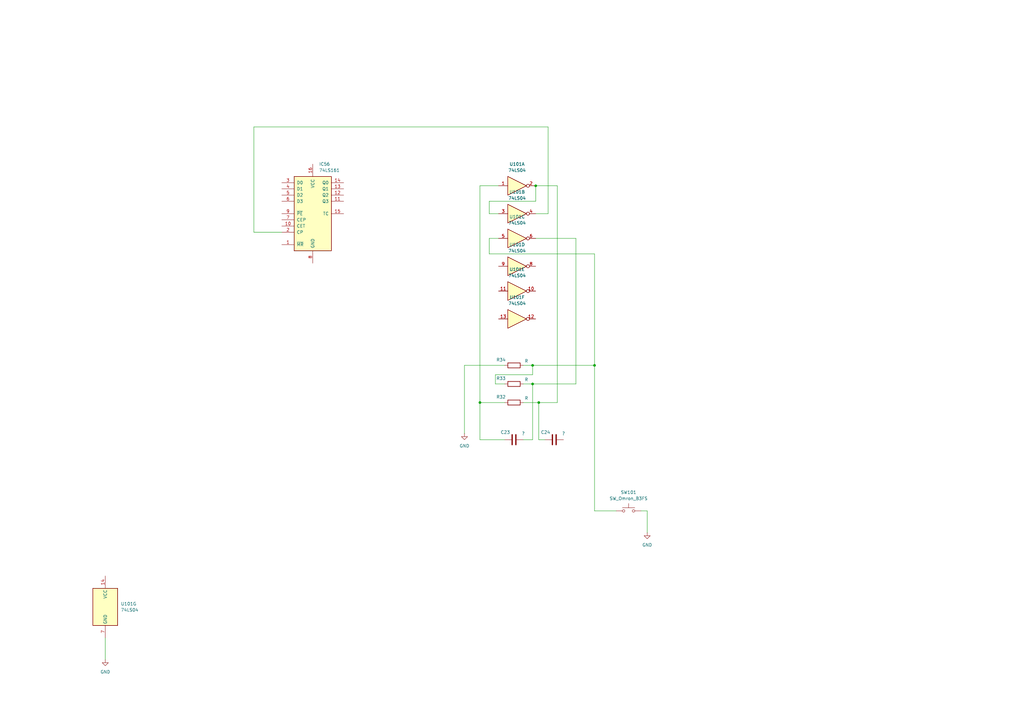
<source format=kicad_sch>
(kicad_sch
	(version 20231120)
	(generator "eeschema")
	(generator_version "8.0")
	(uuid "4a189c46-df56-4c49-995d-fae84c34b624")
	(paper "A3")
	(title_block
		(title "Back Reset")
		(date "2024-12-02")
		(rev "2")
	)
	(lib_symbols
		(symbol "74xx:74LS04"
			(exclude_from_sim no)
			(in_bom yes)
			(on_board yes)
			(property "Reference" "U"
				(at 0 1.27 0)
				(effects
					(font
						(size 1.27 1.27)
					)
				)
			)
			(property "Value" "74LS04"
				(at 0 -1.27 0)
				(effects
					(font
						(size 1.27 1.27)
					)
				)
			)
			(property "Footprint" ""
				(at 0 0 0)
				(effects
					(font
						(size 1.27 1.27)
					)
					(hide yes)
				)
			)
			(property "Datasheet" "http://www.ti.com/lit/gpn/sn74LS04"
				(at 0 0 0)
				(effects
					(font
						(size 1.27 1.27)
					)
					(hide yes)
				)
			)
			(property "Description" "Hex Inverter"
				(at 0 0 0)
				(effects
					(font
						(size 1.27 1.27)
					)
					(hide yes)
				)
			)
			(property "ki_locked" ""
				(at 0 0 0)
				(effects
					(font
						(size 1.27 1.27)
					)
				)
			)
			(property "ki_keywords" "TTL not inv"
				(at 0 0 0)
				(effects
					(font
						(size 1.27 1.27)
					)
					(hide yes)
				)
			)
			(property "ki_fp_filters" "DIP*W7.62mm* SSOP?14* TSSOP?14*"
				(at 0 0 0)
				(effects
					(font
						(size 1.27 1.27)
					)
					(hide yes)
				)
			)
			(symbol "74LS04_1_0"
				(polyline
					(pts
						(xy -3.81 3.81) (xy -3.81 -3.81) (xy 3.81 0) (xy -3.81 3.81)
					)
					(stroke
						(width 0.254)
						(type default)
					)
					(fill
						(type background)
					)
				)
				(pin input line
					(at -7.62 0 0)
					(length 3.81)
					(name "~"
						(effects
							(font
								(size 1.27 1.27)
							)
						)
					)
					(number "1"
						(effects
							(font
								(size 1.27 1.27)
							)
						)
					)
				)
				(pin output inverted
					(at 7.62 0 180)
					(length 3.81)
					(name "~"
						(effects
							(font
								(size 1.27 1.27)
							)
						)
					)
					(number "2"
						(effects
							(font
								(size 1.27 1.27)
							)
						)
					)
				)
			)
			(symbol "74LS04_2_0"
				(polyline
					(pts
						(xy -3.81 3.81) (xy -3.81 -3.81) (xy 3.81 0) (xy -3.81 3.81)
					)
					(stroke
						(width 0.254)
						(type default)
					)
					(fill
						(type background)
					)
				)
				(pin input line
					(at -7.62 0 0)
					(length 3.81)
					(name "~"
						(effects
							(font
								(size 1.27 1.27)
							)
						)
					)
					(number "3"
						(effects
							(font
								(size 1.27 1.27)
							)
						)
					)
				)
				(pin output inverted
					(at 7.62 0 180)
					(length 3.81)
					(name "~"
						(effects
							(font
								(size 1.27 1.27)
							)
						)
					)
					(number "4"
						(effects
							(font
								(size 1.27 1.27)
							)
						)
					)
				)
			)
			(symbol "74LS04_3_0"
				(polyline
					(pts
						(xy -3.81 3.81) (xy -3.81 -3.81) (xy 3.81 0) (xy -3.81 3.81)
					)
					(stroke
						(width 0.254)
						(type default)
					)
					(fill
						(type background)
					)
				)
				(pin input line
					(at -7.62 0 0)
					(length 3.81)
					(name "~"
						(effects
							(font
								(size 1.27 1.27)
							)
						)
					)
					(number "5"
						(effects
							(font
								(size 1.27 1.27)
							)
						)
					)
				)
				(pin output inverted
					(at 7.62 0 180)
					(length 3.81)
					(name "~"
						(effects
							(font
								(size 1.27 1.27)
							)
						)
					)
					(number "6"
						(effects
							(font
								(size 1.27 1.27)
							)
						)
					)
				)
			)
			(symbol "74LS04_4_0"
				(polyline
					(pts
						(xy -3.81 3.81) (xy -3.81 -3.81) (xy 3.81 0) (xy -3.81 3.81)
					)
					(stroke
						(width 0.254)
						(type default)
					)
					(fill
						(type background)
					)
				)
				(pin output inverted
					(at 7.62 0 180)
					(length 3.81)
					(name "~"
						(effects
							(font
								(size 1.27 1.27)
							)
						)
					)
					(number "8"
						(effects
							(font
								(size 1.27 1.27)
							)
						)
					)
				)
				(pin input line
					(at -7.62 0 0)
					(length 3.81)
					(name "~"
						(effects
							(font
								(size 1.27 1.27)
							)
						)
					)
					(number "9"
						(effects
							(font
								(size 1.27 1.27)
							)
						)
					)
				)
			)
			(symbol "74LS04_5_0"
				(polyline
					(pts
						(xy -3.81 3.81) (xy -3.81 -3.81) (xy 3.81 0) (xy -3.81 3.81)
					)
					(stroke
						(width 0.254)
						(type default)
					)
					(fill
						(type background)
					)
				)
				(pin output inverted
					(at 7.62 0 180)
					(length 3.81)
					(name "~"
						(effects
							(font
								(size 1.27 1.27)
							)
						)
					)
					(number "10"
						(effects
							(font
								(size 1.27 1.27)
							)
						)
					)
				)
				(pin input line
					(at -7.62 0 0)
					(length 3.81)
					(name "~"
						(effects
							(font
								(size 1.27 1.27)
							)
						)
					)
					(number "11"
						(effects
							(font
								(size 1.27 1.27)
							)
						)
					)
				)
			)
			(symbol "74LS04_6_0"
				(polyline
					(pts
						(xy -3.81 3.81) (xy -3.81 -3.81) (xy 3.81 0) (xy -3.81 3.81)
					)
					(stroke
						(width 0.254)
						(type default)
					)
					(fill
						(type background)
					)
				)
				(pin output inverted
					(at 7.62 0 180)
					(length 3.81)
					(name "~"
						(effects
							(font
								(size 1.27 1.27)
							)
						)
					)
					(number "12"
						(effects
							(font
								(size 1.27 1.27)
							)
						)
					)
				)
				(pin input line
					(at -7.62 0 0)
					(length 3.81)
					(name "~"
						(effects
							(font
								(size 1.27 1.27)
							)
						)
					)
					(number "13"
						(effects
							(font
								(size 1.27 1.27)
							)
						)
					)
				)
			)
			(symbol "74LS04_7_0"
				(pin power_in line
					(at 0 12.7 270)
					(length 5.08)
					(name "VCC"
						(effects
							(font
								(size 1.27 1.27)
							)
						)
					)
					(number "14"
						(effects
							(font
								(size 1.27 1.27)
							)
						)
					)
				)
				(pin power_in line
					(at 0 -12.7 90)
					(length 5.08)
					(name "GND"
						(effects
							(font
								(size 1.27 1.27)
							)
						)
					)
					(number "7"
						(effects
							(font
								(size 1.27 1.27)
							)
						)
					)
				)
			)
			(symbol "74LS04_7_1"
				(rectangle
					(start -5.08 7.62)
					(end 5.08 -7.62)
					(stroke
						(width 0.254)
						(type default)
					)
					(fill
						(type background)
					)
				)
			)
		)
		(symbol "74xx:74LS161"
			(pin_names
				(offset 1.016)
			)
			(exclude_from_sim no)
			(in_bom yes)
			(on_board yes)
			(property "Reference" "U"
				(at -7.62 16.51 0)
				(effects
					(font
						(size 1.27 1.27)
					)
				)
			)
			(property "Value" "74LS161"
				(at -7.62 -16.51 0)
				(effects
					(font
						(size 1.27 1.27)
					)
				)
			)
			(property "Footprint" ""
				(at 0 0 0)
				(effects
					(font
						(size 1.27 1.27)
					)
					(hide yes)
				)
			)
			(property "Datasheet" "http://www.ti.com/lit/gpn/sn74LS161"
				(at 0 0 0)
				(effects
					(font
						(size 1.27 1.27)
					)
					(hide yes)
				)
			)
			(property "Description" "Synchronous 4-bit programmable binary Counter"
				(at 0 0 0)
				(effects
					(font
						(size 1.27 1.27)
					)
					(hide yes)
				)
			)
			(property "ki_locked" ""
				(at 0 0 0)
				(effects
					(font
						(size 1.27 1.27)
					)
				)
			)
			(property "ki_keywords" "TTL CNT CNT4"
				(at 0 0 0)
				(effects
					(font
						(size 1.27 1.27)
					)
					(hide yes)
				)
			)
			(property "ki_fp_filters" "DIP?16*"
				(at 0 0 0)
				(effects
					(font
						(size 1.27 1.27)
					)
					(hide yes)
				)
			)
			(symbol "74LS161_1_0"
				(pin input line
					(at -12.7 -12.7 0)
					(length 5.08)
					(name "~{MR}"
						(effects
							(font
								(size 1.27 1.27)
							)
						)
					)
					(number "1"
						(effects
							(font
								(size 1.27 1.27)
							)
						)
					)
				)
				(pin input line
					(at -12.7 -5.08 0)
					(length 5.08)
					(name "CET"
						(effects
							(font
								(size 1.27 1.27)
							)
						)
					)
					(number "10"
						(effects
							(font
								(size 1.27 1.27)
							)
						)
					)
				)
				(pin output line
					(at 12.7 5.08 180)
					(length 5.08)
					(name "Q3"
						(effects
							(font
								(size 1.27 1.27)
							)
						)
					)
					(number "11"
						(effects
							(font
								(size 1.27 1.27)
							)
						)
					)
				)
				(pin output line
					(at 12.7 7.62 180)
					(length 5.08)
					(name "Q2"
						(effects
							(font
								(size 1.27 1.27)
							)
						)
					)
					(number "12"
						(effects
							(font
								(size 1.27 1.27)
							)
						)
					)
				)
				(pin output line
					(at 12.7 10.16 180)
					(length 5.08)
					(name "Q1"
						(effects
							(font
								(size 1.27 1.27)
							)
						)
					)
					(number "13"
						(effects
							(font
								(size 1.27 1.27)
							)
						)
					)
				)
				(pin output line
					(at 12.7 12.7 180)
					(length 5.08)
					(name "Q0"
						(effects
							(font
								(size 1.27 1.27)
							)
						)
					)
					(number "14"
						(effects
							(font
								(size 1.27 1.27)
							)
						)
					)
				)
				(pin output line
					(at 12.7 0 180)
					(length 5.08)
					(name "TC"
						(effects
							(font
								(size 1.27 1.27)
							)
						)
					)
					(number "15"
						(effects
							(font
								(size 1.27 1.27)
							)
						)
					)
				)
				(pin power_in line
					(at 0 20.32 270)
					(length 5.08)
					(name "VCC"
						(effects
							(font
								(size 1.27 1.27)
							)
						)
					)
					(number "16"
						(effects
							(font
								(size 1.27 1.27)
							)
						)
					)
				)
				(pin input line
					(at -12.7 -7.62 0)
					(length 5.08)
					(name "CP"
						(effects
							(font
								(size 1.27 1.27)
							)
						)
					)
					(number "2"
						(effects
							(font
								(size 1.27 1.27)
							)
						)
					)
				)
				(pin input line
					(at -12.7 12.7 0)
					(length 5.08)
					(name "D0"
						(effects
							(font
								(size 1.27 1.27)
							)
						)
					)
					(number "3"
						(effects
							(font
								(size 1.27 1.27)
							)
						)
					)
				)
				(pin input line
					(at -12.7 10.16 0)
					(length 5.08)
					(name "D1"
						(effects
							(font
								(size 1.27 1.27)
							)
						)
					)
					(number "4"
						(effects
							(font
								(size 1.27 1.27)
							)
						)
					)
				)
				(pin input line
					(at -12.7 7.62 0)
					(length 5.08)
					(name "D2"
						(effects
							(font
								(size 1.27 1.27)
							)
						)
					)
					(number "5"
						(effects
							(font
								(size 1.27 1.27)
							)
						)
					)
				)
				(pin input line
					(at -12.7 5.08 0)
					(length 5.08)
					(name "D3"
						(effects
							(font
								(size 1.27 1.27)
							)
						)
					)
					(number "6"
						(effects
							(font
								(size 1.27 1.27)
							)
						)
					)
				)
				(pin input line
					(at -12.7 -2.54 0)
					(length 5.08)
					(name "CEP"
						(effects
							(font
								(size 1.27 1.27)
							)
						)
					)
					(number "7"
						(effects
							(font
								(size 1.27 1.27)
							)
						)
					)
				)
				(pin power_in line
					(at 0 -20.32 90)
					(length 5.08)
					(name "GND"
						(effects
							(font
								(size 1.27 1.27)
							)
						)
					)
					(number "8"
						(effects
							(font
								(size 1.27 1.27)
							)
						)
					)
				)
				(pin input line
					(at -12.7 0 0)
					(length 5.08)
					(name "~{PE}"
						(effects
							(font
								(size 1.27 1.27)
							)
						)
					)
					(number "9"
						(effects
							(font
								(size 1.27 1.27)
							)
						)
					)
				)
			)
			(symbol "74LS161_1_1"
				(rectangle
					(start -7.62 15.24)
					(end 7.62 -15.24)
					(stroke
						(width 0.254)
						(type default)
					)
					(fill
						(type background)
					)
				)
			)
		)
		(symbol "Device:R"
			(pin_numbers hide)
			(pin_names
				(offset 0)
			)
			(exclude_from_sim no)
			(in_bom yes)
			(on_board yes)
			(property "Reference" "R"
				(at 2.032 0 90)
				(effects
					(font
						(size 1.27 1.27)
					)
				)
			)
			(property "Value" "R"
				(at 0 0 90)
				(effects
					(font
						(size 1.27 1.27)
					)
				)
			)
			(property "Footprint" ""
				(at -1.778 0 90)
				(effects
					(font
						(size 1.27 1.27)
					)
					(hide yes)
				)
			)
			(property "Datasheet" "~"
				(at 0 0 0)
				(effects
					(font
						(size 1.27 1.27)
					)
					(hide yes)
				)
			)
			(property "Description" "Resistor"
				(at 0 0 0)
				(effects
					(font
						(size 1.27 1.27)
					)
					(hide yes)
				)
			)
			(property "ki_keywords" "R res resistor"
				(at 0 0 0)
				(effects
					(font
						(size 1.27 1.27)
					)
					(hide yes)
				)
			)
			(property "ki_fp_filters" "R_*"
				(at 0 0 0)
				(effects
					(font
						(size 1.27 1.27)
					)
					(hide yes)
				)
			)
			(symbol "R_0_1"
				(rectangle
					(start -1.016 -2.54)
					(end 1.016 2.54)
					(stroke
						(width 0.254)
						(type default)
					)
					(fill
						(type none)
					)
				)
			)
			(symbol "R_1_1"
				(pin passive line
					(at 0 3.81 270)
					(length 1.27)
					(name "~"
						(effects
							(font
								(size 1.27 1.27)
							)
						)
					)
					(number "1"
						(effects
							(font
								(size 1.27 1.27)
							)
						)
					)
				)
				(pin passive line
					(at 0 -3.81 90)
					(length 1.27)
					(name "~"
						(effects
							(font
								(size 1.27 1.27)
							)
						)
					)
					(number "2"
						(effects
							(font
								(size 1.27 1.27)
							)
						)
					)
				)
			)
		)
		(symbol "PCM_Capacitor_AKL:C_Disc_D3.0mm_W1.6mm_P2.50mm"
			(pin_numbers hide)
			(pin_names
				(offset 0.254)
			)
			(exclude_from_sim no)
			(in_bom yes)
			(on_board yes)
			(property "Reference" "C"
				(at 0.635 2.54 0)
				(effects
					(font
						(size 1.27 1.27)
					)
					(justify left)
				)
			)
			(property "Value" "C_Disc_D3.0mm_W1.6mm_P2.50mm"
				(at 0.635 -2.54 0)
				(effects
					(font
						(size 1.27 1.27)
					)
					(justify left)
				)
			)
			(property "Footprint" "PCM_Capacitor_THT_AKL:C_Disc_D3.0mm_W1.6mm_P2.50mm"
				(at 0.9652 -3.81 0)
				(effects
					(font
						(size 1.27 1.27)
					)
					(hide yes)
				)
			)
			(property "Datasheet" "~"
				(at 0 0 0)
				(effects
					(font
						(size 1.27 1.27)
					)
					(hide yes)
				)
			)
			(property "Description" "THT Ceramic Disc Capacitor, 3.0mm Diameter, 1.6mm Width, 2.50mm Pitch, Alternate KiCad Library"
				(at 0 0 0)
				(effects
					(font
						(size 1.27 1.27)
					)
					(hide yes)
				)
			)
			(property "ki_keywords" "cap capacitor tht ceramic disc 3x1.6mm 2.50mm"
				(at 0 0 0)
				(effects
					(font
						(size 1.27 1.27)
					)
					(hide yes)
				)
			)
			(property "ki_fp_filters" "C_*"
				(at 0 0 0)
				(effects
					(font
						(size 1.27 1.27)
					)
					(hide yes)
				)
			)
			(symbol "C_Disc_D3.0mm_W1.6mm_P2.50mm_0_1"
				(polyline
					(pts
						(xy -2.032 -0.762) (xy 2.032 -0.762)
					)
					(stroke
						(width 0.508)
						(type default)
					)
					(fill
						(type none)
					)
				)
				(polyline
					(pts
						(xy -2.032 0.762) (xy 2.032 0.762)
					)
					(stroke
						(width 0.508)
						(type default)
					)
					(fill
						(type none)
					)
				)
			)
			(symbol "C_Disc_D3.0mm_W1.6mm_P2.50mm_0_2"
				(polyline
					(pts
						(xy -2.54 -2.54) (xy -0.381 -0.381)
					)
					(stroke
						(width 0)
						(type default)
					)
					(fill
						(type none)
					)
				)
				(polyline
					(pts
						(xy -0.508 -0.508) (xy -1.651 0.635)
					)
					(stroke
						(width 0.508)
						(type default)
					)
					(fill
						(type none)
					)
				)
				(polyline
					(pts
						(xy -0.508 -0.508) (xy 0.635 -1.651)
					)
					(stroke
						(width 0.508)
						(type default)
					)
					(fill
						(type none)
					)
				)
				(polyline
					(pts
						(xy 0.381 0.381) (xy 2.54 2.54)
					)
					(stroke
						(width 0)
						(type default)
					)
					(fill
						(type none)
					)
				)
				(polyline
					(pts
						(xy 0.508 0.508) (xy -0.635 1.651)
					)
					(stroke
						(width 0.508)
						(type default)
					)
					(fill
						(type none)
					)
				)
				(polyline
					(pts
						(xy 0.508 0.508) (xy 1.651 -0.635)
					)
					(stroke
						(width 0.508)
						(type default)
					)
					(fill
						(type none)
					)
				)
			)
			(symbol "C_Disc_D3.0mm_W1.6mm_P2.50mm_1_1"
				(pin passive line
					(at 0 3.81 270)
					(length 2.794)
					(name "~"
						(effects
							(font
								(size 1.27 1.27)
							)
						)
					)
					(number "1"
						(effects
							(font
								(size 1.27 1.27)
							)
						)
					)
				)
				(pin passive line
					(at 0 -3.81 90)
					(length 2.794)
					(name "~"
						(effects
							(font
								(size 1.27 1.27)
							)
						)
					)
					(number "2"
						(effects
							(font
								(size 1.27 1.27)
							)
						)
					)
				)
			)
			(symbol "C_Disc_D3.0mm_W1.6mm_P2.50mm_1_2"
				(pin passive line
					(at 2.54 2.54 270)
					(length 0)
					(name "~"
						(effects
							(font
								(size 1.27 1.27)
							)
						)
					)
					(number "1"
						(effects
							(font
								(size 1.27 1.27)
							)
						)
					)
				)
				(pin passive line
					(at -2.54 -2.54 90)
					(length 0)
					(name "~"
						(effects
							(font
								(size 1.27 1.27)
							)
						)
					)
					(number "2"
						(effects
							(font
								(size 1.27 1.27)
							)
						)
					)
				)
			)
		)
		(symbol "Switch:SW_Omron_B3FS"
			(pin_numbers hide)
			(pin_names
				(offset 1.016) hide)
			(exclude_from_sim no)
			(in_bom yes)
			(on_board yes)
			(property "Reference" "SW"
				(at 1.27 2.54 0)
				(effects
					(font
						(size 1.27 1.27)
					)
					(justify left)
				)
			)
			(property "Value" "SW_Omron_B3FS"
				(at 0 -1.524 0)
				(effects
					(font
						(size 1.27 1.27)
					)
				)
			)
			(property "Footprint" ""
				(at 0 5.08 0)
				(effects
					(font
						(size 1.27 1.27)
					)
					(hide yes)
				)
			)
			(property "Datasheet" "https://omronfs.omron.com/en_US/ecb/products/pdf/en-b3fs.pdf"
				(at 0 5.08 0)
				(effects
					(font
						(size 1.27 1.27)
					)
					(hide yes)
				)
			)
			(property "Description" "Omron B3FS 6x6mm single pole normally-open tactile switch"
				(at 0 0 0)
				(effects
					(font
						(size 1.27 1.27)
					)
					(hide yes)
				)
			)
			(property "ki_keywords" "switch normally-open pushbutton push-button"
				(at 0 0 0)
				(effects
					(font
						(size 1.27 1.27)
					)
					(hide yes)
				)
			)
			(property "ki_fp_filters" "SW*Omron*B3FS*"
				(at 0 0 0)
				(effects
					(font
						(size 1.27 1.27)
					)
					(hide yes)
				)
			)
			(symbol "SW_Omron_B3FS_0_1"
				(circle
					(center -2.032 0)
					(radius 0.508)
					(stroke
						(width 0)
						(type default)
					)
					(fill
						(type none)
					)
				)
				(polyline
					(pts
						(xy 0 1.27) (xy 0 3.048)
					)
					(stroke
						(width 0)
						(type default)
					)
					(fill
						(type none)
					)
				)
				(polyline
					(pts
						(xy 2.54 1.27) (xy -2.54 1.27)
					)
					(stroke
						(width 0)
						(type default)
					)
					(fill
						(type none)
					)
				)
				(circle
					(center 2.032 0)
					(radius 0.508)
					(stroke
						(width 0)
						(type default)
					)
					(fill
						(type none)
					)
				)
				(pin passive line
					(at -5.08 0 0)
					(length 2.54)
					(name "1"
						(effects
							(font
								(size 1.27 1.27)
							)
						)
					)
					(number "1"
						(effects
							(font
								(size 1.27 1.27)
							)
						)
					)
				)
				(pin passive line
					(at 5.08 0 180)
					(length 2.54)
					(name "2"
						(effects
							(font
								(size 1.27 1.27)
							)
						)
					)
					(number "2"
						(effects
							(font
								(size 1.27 1.27)
							)
						)
					)
				)
			)
		)
		(symbol "power:GND"
			(power)
			(pin_numbers hide)
			(pin_names
				(offset 0) hide)
			(exclude_from_sim no)
			(in_bom yes)
			(on_board yes)
			(property "Reference" "#PWR"
				(at 0 -6.35 0)
				(effects
					(font
						(size 1.27 1.27)
					)
					(hide yes)
				)
			)
			(property "Value" "GND"
				(at 0 -3.81 0)
				(effects
					(font
						(size 1.27 1.27)
					)
				)
			)
			(property "Footprint" ""
				(at 0 0 0)
				(effects
					(font
						(size 1.27 1.27)
					)
					(hide yes)
				)
			)
			(property "Datasheet" ""
				(at 0 0 0)
				(effects
					(font
						(size 1.27 1.27)
					)
					(hide yes)
				)
			)
			(property "Description" "Power symbol creates a global label with name \"GND\" , ground"
				(at 0 0 0)
				(effects
					(font
						(size 1.27 1.27)
					)
					(hide yes)
				)
			)
			(property "ki_keywords" "global power"
				(at 0 0 0)
				(effects
					(font
						(size 1.27 1.27)
					)
					(hide yes)
				)
			)
			(symbol "GND_0_1"
				(polyline
					(pts
						(xy 0 0) (xy 0 -1.27) (xy 1.27 -1.27) (xy 0 -2.54) (xy -1.27 -1.27) (xy 0 -1.27)
					)
					(stroke
						(width 0)
						(type default)
					)
					(fill
						(type none)
					)
				)
			)
			(symbol "GND_1_1"
				(pin power_in line
					(at 0 0 270)
					(length 0)
					(name "~"
						(effects
							(font
								(size 1.27 1.27)
							)
						)
					)
					(number "1"
						(effects
							(font
								(size 1.27 1.27)
							)
						)
					)
				)
			)
		)
	)
	(junction
		(at 218.44 149.86)
		(diameter 0)
		(color 0 0 0 0)
		(uuid "1195c07d-c009-4f01-9f60-6ba101091215")
	)
	(junction
		(at 196.85 165.1)
		(diameter 0)
		(color 0 0 0 0)
		(uuid "178ec101-be6d-42db-a4f7-53b26c65b7d3")
	)
	(junction
		(at 243.84 149.86)
		(diameter 0)
		(color 0 0 0 0)
		(uuid "377785a3-9937-4743-bab4-62883fdc624b")
	)
	(junction
		(at 219.71 76.2)
		(diameter 0)
		(color 0 0 0 0)
		(uuid "4c10f25f-218a-4562-8519-79c18b64a7fd")
	)
	(junction
		(at 218.44 157.48)
		(diameter 0)
		(color 0 0 0 0)
		(uuid "9b71995e-9810-4176-b09d-7fb5d9a35830")
	)
	(junction
		(at 220.98 165.1)
		(diameter 0)
		(color 0 0 0 0)
		(uuid "e8261f36-6b45-44f5-848a-42321a5589a1")
	)
	(wire
		(pts
			(xy 218.44 149.86) (xy 243.84 149.86)
		)
		(stroke
			(width 0)
			(type default)
		)
		(uuid "05704dfb-ac20-4542-9d26-ab2b2cf9159c")
	)
	(wire
		(pts
			(xy 104.14 95.25) (xy 104.14 52.07)
		)
		(stroke
			(width 0)
			(type default)
		)
		(uuid "05935360-0efa-4c03-b9e6-1107b1262a67")
	)
	(wire
		(pts
			(xy 200.66 82.55) (xy 200.66 87.63)
		)
		(stroke
			(width 0)
			(type default)
		)
		(uuid "059863e7-ce5d-425a-8c17-4693a86ab0db")
	)
	(wire
		(pts
			(xy 224.79 87.63) (xy 219.71 87.63)
		)
		(stroke
			(width 0)
			(type default)
		)
		(uuid "0951a6c2-6c96-4f07-aae2-eaff53850501")
	)
	(wire
		(pts
			(xy 218.44 153.67) (xy 218.44 149.86)
		)
		(stroke
			(width 0)
			(type default)
		)
		(uuid "1355c011-beaf-4068-a6d6-623153b4bd1b")
	)
	(wire
		(pts
			(xy 220.98 165.1) (xy 228.6 165.1)
		)
		(stroke
			(width 0)
			(type default)
		)
		(uuid "2bcbd36b-c4a0-488c-a8a4-dd8d93fcd96a")
	)
	(wire
		(pts
			(xy 196.85 180.34) (xy 196.85 165.1)
		)
		(stroke
			(width 0)
			(type default)
		)
		(uuid "2e462b22-1eef-4bbd-8742-6452b5784975")
	)
	(wire
		(pts
			(xy 104.14 52.07) (xy 224.79 52.07)
		)
		(stroke
			(width 0)
			(type default)
		)
		(uuid "2eb605e4-35d6-47c1-ac8f-e373d671a544")
	)
	(wire
		(pts
			(xy 200.66 104.14) (xy 243.84 104.14)
		)
		(stroke
			(width 0)
			(type default)
		)
		(uuid "2f778673-76ee-44ec-96f3-c5a1d2dd4904")
	)
	(wire
		(pts
			(xy 219.71 82.55) (xy 200.66 82.55)
		)
		(stroke
			(width 0)
			(type default)
		)
		(uuid "3726cc9b-4c57-4f8b-a13d-302453820355")
	)
	(wire
		(pts
			(xy 228.6 165.1) (xy 228.6 76.2)
		)
		(stroke
			(width 0)
			(type default)
		)
		(uuid "384d3524-341a-4810-aba3-ac1ed7f25253")
	)
	(wire
		(pts
			(xy 219.71 97.79) (xy 236.22 97.79)
		)
		(stroke
			(width 0)
			(type default)
		)
		(uuid "41d0524c-9287-4f15-ac1f-9f6ed682d1e0")
	)
	(wire
		(pts
			(xy 220.98 165.1) (xy 220.98 180.34)
		)
		(stroke
			(width 0)
			(type default)
		)
		(uuid "4a19de73-cc1c-49d3-8786-74b9002dee2f")
	)
	(wire
		(pts
			(xy 224.79 52.07) (xy 224.79 87.63)
		)
		(stroke
			(width 0)
			(type default)
		)
		(uuid "546c2f96-5b77-42ce-9f69-79e04ce7fb08")
	)
	(wire
		(pts
			(xy 214.63 149.86) (xy 218.44 149.86)
		)
		(stroke
			(width 0)
			(type default)
		)
		(uuid "557bd728-536a-4cef-96a9-a1c17651b27f")
	)
	(wire
		(pts
			(xy 218.44 180.34) (xy 214.63 180.34)
		)
		(stroke
			(width 0)
			(type default)
		)
		(uuid "59651804-a411-4bab-a822-15c58ebe267b")
	)
	(wire
		(pts
			(xy 214.63 165.1) (xy 220.98 165.1)
		)
		(stroke
			(width 0)
			(type default)
		)
		(uuid "5f92bf33-a1fc-4f8c-9421-fcdee6ba75f6")
	)
	(wire
		(pts
			(xy 214.63 157.48) (xy 218.44 157.48)
		)
		(stroke
			(width 0)
			(type default)
		)
		(uuid "631bbca8-d807-469d-a4c8-57f0c988e653")
	)
	(wire
		(pts
			(xy 190.5 149.86) (xy 190.5 177.8)
		)
		(stroke
			(width 0)
			(type default)
		)
		(uuid "6a1e0568-68b9-4862-aa7c-1b4b65fc9531")
	)
	(wire
		(pts
			(xy 207.01 180.34) (xy 196.85 180.34)
		)
		(stroke
			(width 0)
			(type default)
		)
		(uuid "72eb6a0c-61f0-4685-94b5-8a3157a82099")
	)
	(wire
		(pts
			(xy 204.47 76.2) (xy 196.85 76.2)
		)
		(stroke
			(width 0)
			(type default)
		)
		(uuid "793507e4-ed85-42e5-a2bd-0bb0f0b1a472")
	)
	(wire
		(pts
			(xy 218.44 157.48) (xy 218.44 180.34)
		)
		(stroke
			(width 0)
			(type default)
		)
		(uuid "79d927d5-8d18-4fb9-b1e0-a5400d6bad31")
	)
	(wire
		(pts
			(xy 196.85 165.1) (xy 207.01 165.1)
		)
		(stroke
			(width 0)
			(type default)
		)
		(uuid "912d229d-d336-4b0c-9c00-06a0deb843b7")
	)
	(wire
		(pts
			(xy 207.01 157.48) (xy 203.2 157.48)
		)
		(stroke
			(width 0)
			(type default)
		)
		(uuid "950a3397-6af1-4d9d-a368-a2f309fd78cd")
	)
	(wire
		(pts
			(xy 207.01 149.86) (xy 190.5 149.86)
		)
		(stroke
			(width 0)
			(type default)
		)
		(uuid "991aea35-b525-4a41-8278-fe8a0f71867e")
	)
	(wire
		(pts
			(xy 236.22 97.79) (xy 236.22 157.48)
		)
		(stroke
			(width 0)
			(type default)
		)
		(uuid "9e3a2bab-9668-4177-b5ac-6bf427d76c12")
	)
	(wire
		(pts
			(xy 203.2 153.67) (xy 218.44 153.67)
		)
		(stroke
			(width 0)
			(type default)
		)
		(uuid "a3e9c06c-9aee-408a-8686-8f371fd55922")
	)
	(wire
		(pts
			(xy 220.98 180.34) (xy 223.52 180.34)
		)
		(stroke
			(width 0)
			(type default)
		)
		(uuid "a3fb0588-338e-4439-8ddf-657bbd37e1f1")
	)
	(wire
		(pts
			(xy 219.71 76.2) (xy 219.71 82.55)
		)
		(stroke
			(width 0)
			(type default)
		)
		(uuid "a435e110-c99e-47e9-97eb-406119f5e2c3")
	)
	(wire
		(pts
			(xy 243.84 104.14) (xy 243.84 149.86)
		)
		(stroke
			(width 0)
			(type default)
		)
		(uuid "ab290684-4173-4629-97f6-145b91f76777")
	)
	(wire
		(pts
			(xy 200.66 97.79) (xy 204.47 97.79)
		)
		(stroke
			(width 0)
			(type default)
		)
		(uuid "bac63033-491e-45ae-bdf4-064889bc26d3")
	)
	(wire
		(pts
			(xy 265.43 209.55) (xy 265.43 218.44)
		)
		(stroke
			(width 0)
			(type default)
		)
		(uuid "bbe7bce2-4135-4aae-af46-315fbe8e59c1")
	)
	(wire
		(pts
			(xy 236.22 157.48) (xy 218.44 157.48)
		)
		(stroke
			(width 0)
			(type default)
		)
		(uuid "bd6a458f-1764-4589-940a-51f829d20a60")
	)
	(wire
		(pts
			(xy 243.84 209.55) (xy 252.73 209.55)
		)
		(stroke
			(width 0)
			(type default)
		)
		(uuid "be8bcc3c-5de5-4739-99c5-85eac5d21c97")
	)
	(wire
		(pts
			(xy 243.84 149.86) (xy 243.84 209.55)
		)
		(stroke
			(width 0)
			(type default)
		)
		(uuid "cf2efd42-14c3-442c-ba98-7b8fb587db63")
	)
	(wire
		(pts
			(xy 43.18 261.62) (xy 43.18 270.51)
		)
		(stroke
			(width 0)
			(type default)
		)
		(uuid "d2e836a9-133b-42f3-b77d-39cad93dcbbc")
	)
	(wire
		(pts
			(xy 115.57 95.25) (xy 104.14 95.25)
		)
		(stroke
			(width 0)
			(type default)
		)
		(uuid "e56eda68-1902-4f44-98fe-0d24db2e6db6")
	)
	(wire
		(pts
			(xy 200.66 87.63) (xy 204.47 87.63)
		)
		(stroke
			(width 0)
			(type default)
		)
		(uuid "e6dcf2c1-f42a-49ee-9ea8-24eba09f5e3e")
	)
	(wire
		(pts
			(xy 228.6 76.2) (xy 219.71 76.2)
		)
		(stroke
			(width 0)
			(type default)
		)
		(uuid "e943c035-291b-4a7a-a3c0-8094d941606e")
	)
	(wire
		(pts
			(xy 200.66 104.14) (xy 200.66 97.79)
		)
		(stroke
			(width 0)
			(type default)
		)
		(uuid "ee219cf5-f233-4875-83cb-3263466233d8")
	)
	(wire
		(pts
			(xy 203.2 157.48) (xy 203.2 153.67)
		)
		(stroke
			(width 0)
			(type default)
		)
		(uuid "f1616875-3d43-440c-876b-d8bfaa798af4")
	)
	(wire
		(pts
			(xy 196.85 76.2) (xy 196.85 165.1)
		)
		(stroke
			(width 0)
			(type default)
		)
		(uuid "f52b0add-cdc4-4dd6-b9fa-298cf123f424")
	)
	(wire
		(pts
			(xy 262.89 209.55) (xy 265.43 209.55)
		)
		(stroke
			(width 0)
			(type default)
		)
		(uuid "f5b41144-1556-4ccf-b6f4-89098a3a47df")
	)
	(symbol
		(lib_id "Switch:SW_Omron_B3FS")
		(at 257.81 209.55 0)
		(unit 1)
		(exclude_from_sim no)
		(in_bom yes)
		(on_board no)
		(dnp no)
		(fields_autoplaced yes)
		(uuid "045fb13f-0d96-4cc5-a42f-eb677cba133e")
		(property "Reference" "SW101"
			(at 257.81 201.93 0)
			(effects
				(font
					(size 1.27 1.27)
				)
			)
		)
		(property "Value" "SW_Omron_B3FS"
			(at 257.81 204.47 0)
			(effects
				(font
					(size 1.27 1.27)
				)
			)
		)
		(property "Footprint" "Button_Switch_SMD:SW_SPST_Omron_B3FS-100xP"
			(at 257.81 204.47 0)
			(effects
				(font
					(size 1.27 1.27)
				)
				(hide yes)
			)
		)
		(property "Datasheet" "https://omronfs.omron.com/en_US/ecb/products/pdf/en-b3fs.pdf"
			(at 257.81 204.47 0)
			(effects
				(font
					(size 1.27 1.27)
				)
				(hide yes)
			)
		)
		(property "Description" "Omron B3FS 6x6mm single pole normally-open tactile switch"
			(at 257.81 209.55 0)
			(effects
				(font
					(size 1.27 1.27)
				)
				(hide yes)
			)
		)
		(pin "1"
			(uuid "3a9c48a0-ee61-4c99-9708-36016bbd0027")
		)
		(pin "2"
			(uuid "185b82dc-620b-44e2-aece-43d93c5f6929")
		)
		(instances
			(project ""
				(path "/f5b991b2-bbcb-4d6c-a89c-6801c3d50251/eba4fada-853a-47ca-94b3-4ec744ef1feb"
					(reference "SW101")
					(unit 1)
				)
			)
		)
	)
	(symbol
		(lib_id "PCM_Capacitor_AKL:C_Disc_D3.0mm_W1.6mm_P2.50mm")
		(at 227.33 180.34 90)
		(unit 1)
		(exclude_from_sim no)
		(in_bom yes)
		(on_board no)
		(dnp no)
		(uuid "0c541b49-30e4-4d06-bb99-4ba1edd1f373")
		(property "Reference" "C24"
			(at 223.774 177.292 90)
			(effects
				(font
					(size 1.27 1.27)
				)
			)
		)
		(property "Value" "?"
			(at 231.14 177.8 90)
			(effects
				(font
					(size 1.27 1.27)
				)
			)
		)
		(property "Footprint" "Capacitor_THT:C_Axial_L3.8mm_D2.6mm_P7.50mm_Horizontal"
			(at 231.14 179.3748 0)
			(effects
				(font
					(size 1.27 1.27)
				)
				(hide yes)
			)
		)
		(property "Datasheet" "~"
			(at 227.33 180.34 0)
			(effects
				(font
					(size 1.27 1.27)
				)
				(hide yes)
			)
		)
		(property "Description" "THT Ceramic Disc Capacitor, 3.0mm Diameter, 1.6mm Width, 2.50mm Pitch, Alternate KiCad Library"
			(at 227.33 180.34 0)
			(effects
				(font
					(size 1.27 1.27)
				)
				(hide yes)
			)
		)
		(pin "2"
			(uuid "a5fdfae6-279e-4a1f-8794-d1c528fa3613")
		)
		(pin "1"
			(uuid "3b9435e5-ef22-49c6-9c30-9dae5c444400")
		)
		(instances
			(project "CPU_Board"
				(path "/f5b991b2-bbcb-4d6c-a89c-6801c3d50251/eba4fada-853a-47ca-94b3-4ec744ef1feb"
					(reference "C24")
					(unit 1)
				)
			)
		)
	)
	(symbol
		(lib_id "Device:R")
		(at 210.82 165.1 90)
		(unit 1)
		(exclude_from_sim no)
		(in_bom yes)
		(on_board no)
		(dnp no)
		(uuid "18ad776b-6ecc-44be-a8da-5473dda1b7df")
		(property "Reference" "R32"
			(at 205.486 162.814 90)
			(effects
				(font
					(size 1.27 1.27)
				)
			)
		)
		(property "Value" "R"
			(at 215.9 163.322 90)
			(effects
				(font
					(size 1.27 1.27)
				)
			)
		)
		(property "Footprint" "PCM_Resistor_THT_AKL:R_Axial_DIN0411_L9.9mm_D3.6mm_P7.62mm_Vertical"
			(at 210.82 166.878 90)
			(effects
				(font
					(size 1.27 1.27)
				)
				(hide yes)
			)
		)
		(property "Datasheet" "~"
			(at 210.82 165.1 0)
			(effects
				(font
					(size 1.27 1.27)
				)
				(hide yes)
			)
		)
		(property "Description" "Resistor"
			(at 210.82 165.1 0)
			(effects
				(font
					(size 1.27 1.27)
				)
				(hide yes)
			)
		)
		(pin "2"
			(uuid "e36533e6-0b36-44d6-bb48-c5456b73ee91")
		)
		(pin "1"
			(uuid "6d609fbf-d22b-4414-9321-d4776253e0ee")
		)
		(instances
			(project "CPU_Board"
				(path "/f5b991b2-bbcb-4d6c-a89c-6801c3d50251/eba4fada-853a-47ca-94b3-4ec744ef1feb"
					(reference "R32")
					(unit 1)
				)
			)
		)
	)
	(symbol
		(lib_id "74xx:74LS04")
		(at 212.09 76.2 0)
		(unit 1)
		(exclude_from_sim no)
		(in_bom yes)
		(on_board no)
		(dnp no)
		(fields_autoplaced yes)
		(uuid "215522c9-72d2-4eb5-b0be-66d1c73f84a8")
		(property "Reference" "U101"
			(at 212.09 67.31 0)
			(effects
				(font
					(size 1.27 1.27)
				)
			)
		)
		(property "Value" "74LS04"
			(at 212.09 69.85 0)
			(effects
				(font
					(size 1.27 1.27)
				)
			)
		)
		(property "Footprint" "PCM_Package_DIP_AKL:DIP-14_W7.62mm"
			(at 212.09 76.2 0)
			(effects
				(font
					(size 1.27 1.27)
				)
				(hide yes)
			)
		)
		(property "Datasheet" "http://www.ti.com/lit/gpn/sn74LS04"
			(at 212.09 76.2 0)
			(effects
				(font
					(size 1.27 1.27)
				)
				(hide yes)
			)
		)
		(property "Description" "Hex Inverter"
			(at 212.09 76.2 0)
			(effects
				(font
					(size 1.27 1.27)
				)
				(hide yes)
			)
		)
		(pin "6"
			(uuid "807d6d8c-3464-410b-8b8b-ce64ff8120f0")
		)
		(pin "9"
			(uuid "aa3f9c92-59b1-42e9-8c62-ca03fc83184d")
		)
		(pin "1"
			(uuid "c08056b4-d9f5-41ad-8d8e-bbc7ebfcc93a")
		)
		(pin "4"
			(uuid "add0740b-041f-4505-a380-d63084f2df19")
		)
		(pin "14"
			(uuid "4599b309-b94b-4969-96ce-4e47daf503fb")
		)
		(pin "12"
			(uuid "7f8b3e12-d13c-449f-a148-81f254229849")
		)
		(pin "2"
			(uuid "c63dff6d-5958-4132-8a1a-a953f4a3a277")
		)
		(pin "10"
			(uuid "20e97d58-2d6d-4086-92e8-a26a61525e14")
		)
		(pin "8"
			(uuid "14fbe1ed-d85d-4d65-bc27-b1712182ba9b")
		)
		(pin "11"
			(uuid "8a3cd842-7e46-46bd-8bc9-097fd1515e43")
		)
		(pin "13"
			(uuid "eb5f38a0-9764-4803-a3d9-f5667089c239")
		)
		(pin "7"
			(uuid "b4bf2ad9-c476-4026-846d-5ad18f549a46")
		)
		(pin "3"
			(uuid "afe28b9f-40dd-48ff-88e9-f60caa143280")
		)
		(pin "5"
			(uuid "f6d3b030-f43d-4c16-ab83-1eaadadcc821")
		)
		(instances
			(project ""
				(path "/f5b991b2-bbcb-4d6c-a89c-6801c3d50251/eba4fada-853a-47ca-94b3-4ec744ef1feb"
					(reference "U101")
					(unit 1)
				)
			)
		)
	)
	(symbol
		(lib_id "power:GND")
		(at 43.18 270.51 0)
		(unit 1)
		(exclude_from_sim no)
		(in_bom yes)
		(on_board no)
		(dnp no)
		(fields_autoplaced yes)
		(uuid "28bfc147-b015-413e-b582-75a78139cd52")
		(property "Reference" "#PWR0110"
			(at 43.18 276.86 0)
			(effects
				(font
					(size 1.27 1.27)
				)
				(hide yes)
			)
		)
		(property "Value" "GND"
			(at 43.18 275.59 0)
			(effects
				(font
					(size 1.27 1.27)
				)
			)
		)
		(property "Footprint" ""
			(at 43.18 270.51 0)
			(effects
				(font
					(size 1.27 1.27)
				)
				(hide yes)
			)
		)
		(property "Datasheet" ""
			(at 43.18 270.51 0)
			(effects
				(font
					(size 1.27 1.27)
				)
				(hide yes)
			)
		)
		(property "Description" "Power symbol creates a global label with name \"GND\" , ground"
			(at 43.18 270.51 0)
			(effects
				(font
					(size 1.27 1.27)
				)
				(hide yes)
			)
		)
		(pin "1"
			(uuid "662ca8e6-9067-4523-a45a-a584bbf1a0c2")
		)
		(instances
			(project "CPU_Board"
				(path "/f5b991b2-bbcb-4d6c-a89c-6801c3d50251/eba4fada-853a-47ca-94b3-4ec744ef1feb"
					(reference "#PWR0110")
					(unit 1)
				)
			)
		)
	)
	(symbol
		(lib_id "Device:R")
		(at 210.82 149.86 90)
		(unit 1)
		(exclude_from_sim no)
		(in_bom yes)
		(on_board no)
		(dnp no)
		(uuid "3068c36e-edbc-4db7-94f5-139e62c2cb81")
		(property "Reference" "R34"
			(at 205.486 147.574 90)
			(effects
				(font
					(size 1.27 1.27)
				)
			)
		)
		(property "Value" "R"
			(at 215.9 148.082 90)
			(effects
				(font
					(size 1.27 1.27)
				)
			)
		)
		(property "Footprint" "PCM_Resistor_THT_AKL:R_Axial_DIN0411_L9.9mm_D3.6mm_P7.62mm_Vertical"
			(at 210.82 151.638 90)
			(effects
				(font
					(size 1.27 1.27)
				)
				(hide yes)
			)
		)
		(property "Datasheet" "~"
			(at 210.82 149.86 0)
			(effects
				(font
					(size 1.27 1.27)
				)
				(hide yes)
			)
		)
		(property "Description" "Resistor"
			(at 210.82 149.86 0)
			(effects
				(font
					(size 1.27 1.27)
				)
				(hide yes)
			)
		)
		(pin "2"
			(uuid "5ff8df74-38bc-4e8b-bf20-5fbb38409b95")
		)
		(pin "1"
			(uuid "c033d793-5c62-495d-89d6-9c7706ccd7e9")
		)
		(instances
			(project ""
				(path "/f5b991b2-bbcb-4d6c-a89c-6801c3d50251/eba4fada-853a-47ca-94b3-4ec744ef1feb"
					(reference "R34")
					(unit 1)
				)
			)
		)
	)
	(symbol
		(lib_id "74xx:74LS04")
		(at 212.09 97.79 0)
		(unit 3)
		(exclude_from_sim no)
		(in_bom yes)
		(on_board no)
		(dnp no)
		(fields_autoplaced yes)
		(uuid "4cd49a73-303f-4693-88cc-27e0f71027ed")
		(property "Reference" "U101"
			(at 212.09 88.9 0)
			(effects
				(font
					(size 1.27 1.27)
				)
			)
		)
		(property "Value" "74LS04"
			(at 212.09 91.44 0)
			(effects
				(font
					(size 1.27 1.27)
				)
			)
		)
		(property "Footprint" "PCM_Package_DIP_AKL:DIP-14_W7.62mm"
			(at 212.09 97.79 0)
			(effects
				(font
					(size 1.27 1.27)
				)
				(hide yes)
			)
		)
		(property "Datasheet" "http://www.ti.com/lit/gpn/sn74LS04"
			(at 212.09 97.79 0)
			(effects
				(font
					(size 1.27 1.27)
				)
				(hide yes)
			)
		)
		(property "Description" "Hex Inverter"
			(at 212.09 97.79 0)
			(effects
				(font
					(size 1.27 1.27)
				)
				(hide yes)
			)
		)
		(pin "6"
			(uuid "807d6d8c-3464-410b-8b8b-ce64ff8120f0")
		)
		(pin "9"
			(uuid "aa3f9c92-59b1-42e9-8c62-ca03fc83184d")
		)
		(pin "1"
			(uuid "c08056b4-d9f5-41ad-8d8e-bbc7ebfcc93a")
		)
		(pin "4"
			(uuid "add0740b-041f-4505-a380-d63084f2df19")
		)
		(pin "14"
			(uuid "4599b309-b94b-4969-96ce-4e47daf503fb")
		)
		(pin "12"
			(uuid "7f8b3e12-d13c-449f-a148-81f254229849")
		)
		(pin "2"
			(uuid "c63dff6d-5958-4132-8a1a-a953f4a3a277")
		)
		(pin "10"
			(uuid "20e97d58-2d6d-4086-92e8-a26a61525e14")
		)
		(pin "8"
			(uuid "14fbe1ed-d85d-4d65-bc27-b1712182ba9b")
		)
		(pin "11"
			(uuid "8a3cd842-7e46-46bd-8bc9-097fd1515e43")
		)
		(pin "13"
			(uuid "eb5f38a0-9764-4803-a3d9-f5667089c239")
		)
		(pin "7"
			(uuid "b4bf2ad9-c476-4026-846d-5ad18f549a46")
		)
		(pin "3"
			(uuid "afe28b9f-40dd-48ff-88e9-f60caa143280")
		)
		(pin "5"
			(uuid "f6d3b030-f43d-4c16-ab83-1eaadadcc821")
		)
		(instances
			(project ""
				(path "/f5b991b2-bbcb-4d6c-a89c-6801c3d50251/eba4fada-853a-47ca-94b3-4ec744ef1feb"
					(reference "U101")
					(unit 3)
				)
			)
		)
	)
	(symbol
		(lib_id "74xx:74LS161")
		(at 128.27 87.63 0)
		(unit 1)
		(exclude_from_sim no)
		(in_bom yes)
		(on_board no)
		(dnp no)
		(fields_autoplaced yes)
		(uuid "872790a0-8b1f-419c-80c2-d8a19b53c002")
		(property "Reference" "IC56"
			(at 130.8415 67.31 0)
			(effects
				(font
					(size 1.27 1.27)
				)
				(justify left)
			)
		)
		(property "Value" "74LS161"
			(at 130.8415 69.85 0)
			(effects
				(font
					(size 1.27 1.27)
				)
				(justify left)
			)
		)
		(property "Footprint" "PCM_Package_DIP_AKL:DIP-16_W7.62mm_LongPads"
			(at 128.27 87.63 0)
			(effects
				(font
					(size 1.27 1.27)
				)
				(hide yes)
			)
		)
		(property "Datasheet" "http://www.ti.com/lit/gpn/sn74LS161"
			(at 128.27 87.63 0)
			(effects
				(font
					(size 1.27 1.27)
				)
				(hide yes)
			)
		)
		(property "Description" "Synchronous 4-bit programmable binary Counter"
			(at 128.27 87.63 0)
			(effects
				(font
					(size 1.27 1.27)
				)
				(hide yes)
			)
		)
		(pin "10"
			(uuid "f5669d7c-cbf1-4885-b205-f2db5ad31fa6")
		)
		(pin "11"
			(uuid "fdb1c5ac-c0d1-4d6f-914a-02dc2610d040")
		)
		(pin "6"
			(uuid "5525cf58-e1ad-44c3-b8e7-daa3fe6c7671")
		)
		(pin "12"
			(uuid "b1b74364-d0e5-40e5-bc69-ab6583466cf5")
		)
		(pin "8"
			(uuid "2097071c-025c-4db4-b72f-9513834f1478")
		)
		(pin "3"
			(uuid "d7eb269a-8d54-4515-9b33-2309e9a6c897")
		)
		(pin "1"
			(uuid "70b255bc-9ab6-466e-b0ea-8257583e290c")
		)
		(pin "2"
			(uuid "978dc474-66cc-4a18-85c9-5ed3cff6a7b0")
		)
		(pin "4"
			(uuid "45834156-d88f-4fa8-8de5-c607736bfc84")
		)
		(pin "13"
			(uuid "70f00934-a14b-4b00-a3af-99601e6a3711")
		)
		(pin "9"
			(uuid "65975ca8-e2b6-4e26-b307-6cbd9d8e59ef")
		)
		(pin "5"
			(uuid "e21e9658-77ba-4f78-96d9-9658ad5a4943")
		)
		(pin "7"
			(uuid "4bb10252-6f5e-45ec-9c56-8bc1b62ac095")
		)
		(pin "16"
			(uuid "2e29b3ef-65fe-4bc8-84ee-130806a2f862")
		)
		(pin "14"
			(uuid "377ebc2d-8090-4e01-8b8b-40784668520b")
		)
		(pin "15"
			(uuid "a5522888-f8ab-4d3b-866b-7241a1d0ed41")
		)
		(instances
			(project ""
				(path "/f5b991b2-bbcb-4d6c-a89c-6801c3d50251/eba4fada-853a-47ca-94b3-4ec744ef1feb"
					(reference "IC56")
					(unit 1)
				)
			)
		)
	)
	(symbol
		(lib_id "power:GND")
		(at 190.5 177.8 0)
		(unit 1)
		(exclude_from_sim no)
		(in_bom yes)
		(on_board no)
		(dnp no)
		(fields_autoplaced yes)
		(uuid "8baddf57-cea7-429e-849a-be4dbf13e4af")
		(property "Reference" "#PWR0111"
			(at 190.5 184.15 0)
			(effects
				(font
					(size 1.27 1.27)
				)
				(hide yes)
			)
		)
		(property "Value" "GND"
			(at 190.5 182.88 0)
			(effects
				(font
					(size 1.27 1.27)
				)
			)
		)
		(property "Footprint" ""
			(at 190.5 177.8 0)
			(effects
				(font
					(size 1.27 1.27)
				)
				(hide yes)
			)
		)
		(property "Datasheet" ""
			(at 190.5 177.8 0)
			(effects
				(font
					(size 1.27 1.27)
				)
				(hide yes)
			)
		)
		(property "Description" "Power symbol creates a global label with name \"GND\" , ground"
			(at 190.5 177.8 0)
			(effects
				(font
					(size 1.27 1.27)
				)
				(hide yes)
			)
		)
		(pin "1"
			(uuid "4a149e3d-55be-4b90-8f1e-1bcf44944026")
		)
		(instances
			(project "CPU_Board"
				(path "/f5b991b2-bbcb-4d6c-a89c-6801c3d50251/eba4fada-853a-47ca-94b3-4ec744ef1feb"
					(reference "#PWR0111")
					(unit 1)
				)
			)
		)
	)
	(symbol
		(lib_id "74xx:74LS04")
		(at 43.18 248.92 0)
		(unit 7)
		(exclude_from_sim no)
		(in_bom yes)
		(on_board no)
		(dnp no)
		(fields_autoplaced yes)
		(uuid "8cc209c4-67e6-4ea7-a3bf-41aca2a2303b")
		(property "Reference" "U101"
			(at 49.53 247.6499 0)
			(effects
				(font
					(size 1.27 1.27)
				)
				(justify left)
			)
		)
		(property "Value" "74LS04"
			(at 49.53 250.1899 0)
			(effects
				(font
					(size 1.27 1.27)
				)
				(justify left)
			)
		)
		(property "Footprint" "PCM_Package_DIP_AKL:DIP-14_W7.62mm"
			(at 43.18 248.92 0)
			(effects
				(font
					(size 1.27 1.27)
				)
				(hide yes)
			)
		)
		(property "Datasheet" "http://www.ti.com/lit/gpn/sn74LS04"
			(at 43.18 248.92 0)
			(effects
				(font
					(size 1.27 1.27)
				)
				(hide yes)
			)
		)
		(property "Description" "Hex Inverter"
			(at 43.18 248.92 0)
			(effects
				(font
					(size 1.27 1.27)
				)
				(hide yes)
			)
		)
		(pin "6"
			(uuid "807d6d8c-3464-410b-8b8b-ce64ff8120f0")
		)
		(pin "9"
			(uuid "aa3f9c92-59b1-42e9-8c62-ca03fc83184d")
		)
		(pin "1"
			(uuid "c08056b4-d9f5-41ad-8d8e-bbc7ebfcc93a")
		)
		(pin "4"
			(uuid "add0740b-041f-4505-a380-d63084f2df19")
		)
		(pin "14"
			(uuid "4599b309-b94b-4969-96ce-4e47daf503fb")
		)
		(pin "12"
			(uuid "7f8b3e12-d13c-449f-a148-81f254229849")
		)
		(pin "2"
			(uuid "c63dff6d-5958-4132-8a1a-a953f4a3a277")
		)
		(pin "10"
			(uuid "20e97d58-2d6d-4086-92e8-a26a61525e14")
		)
		(pin "8"
			(uuid "14fbe1ed-d85d-4d65-bc27-b1712182ba9b")
		)
		(pin "11"
			(uuid "8a3cd842-7e46-46bd-8bc9-097fd1515e43")
		)
		(pin "13"
			(uuid "eb5f38a0-9764-4803-a3d9-f5667089c239")
		)
		(pin "7"
			(uuid "b4bf2ad9-c476-4026-846d-5ad18f549a46")
		)
		(pin "3"
			(uuid "afe28b9f-40dd-48ff-88e9-f60caa143280")
		)
		(pin "5"
			(uuid "f6d3b030-f43d-4c16-ab83-1eaadadcc821")
		)
		(instances
			(project ""
				(path "/f5b991b2-bbcb-4d6c-a89c-6801c3d50251/eba4fada-853a-47ca-94b3-4ec744ef1feb"
					(reference "U101")
					(unit 7)
				)
			)
		)
	)
	(symbol
		(lib_id "74xx:74LS04")
		(at 212.09 130.81 0)
		(unit 6)
		(exclude_from_sim no)
		(in_bom yes)
		(on_board no)
		(dnp no)
		(fields_autoplaced yes)
		(uuid "971039c9-bd2e-45d6-8963-50e49dad94f5")
		(property "Reference" "U101"
			(at 212.09 121.92 0)
			(effects
				(font
					(size 1.27 1.27)
				)
			)
		)
		(property "Value" "74LS04"
			(at 212.09 124.46 0)
			(effects
				(font
					(size 1.27 1.27)
				)
			)
		)
		(property "Footprint" "PCM_Package_DIP_AKL:DIP-14_W7.62mm"
			(at 212.09 130.81 0)
			(effects
				(font
					(size 1.27 1.27)
				)
				(hide yes)
			)
		)
		(property "Datasheet" "http://www.ti.com/lit/gpn/sn74LS04"
			(at 212.09 130.81 0)
			(effects
				(font
					(size 1.27 1.27)
				)
				(hide yes)
			)
		)
		(property "Description" "Hex Inverter"
			(at 212.09 130.81 0)
			(effects
				(font
					(size 1.27 1.27)
				)
				(hide yes)
			)
		)
		(pin "6"
			(uuid "807d6d8c-3464-410b-8b8b-ce64ff8120f0")
		)
		(pin "9"
			(uuid "aa3f9c92-59b1-42e9-8c62-ca03fc83184d")
		)
		(pin "1"
			(uuid "c08056b4-d9f5-41ad-8d8e-bbc7ebfcc93a")
		)
		(pin "4"
			(uuid "add0740b-041f-4505-a380-d63084f2df19")
		)
		(pin "14"
			(uuid "4599b309-b94b-4969-96ce-4e47daf503fb")
		)
		(pin "12"
			(uuid "7f8b3e12-d13c-449f-a148-81f254229849")
		)
		(pin "2"
			(uuid "c63dff6d-5958-4132-8a1a-a953f4a3a277")
		)
		(pin "10"
			(uuid "20e97d58-2d6d-4086-92e8-a26a61525e14")
		)
		(pin "8"
			(uuid "14fbe1ed-d85d-4d65-bc27-b1712182ba9b")
		)
		(pin "11"
			(uuid "8a3cd842-7e46-46bd-8bc9-097fd1515e43")
		)
		(pin "13"
			(uuid "eb5f38a0-9764-4803-a3d9-f5667089c239")
		)
		(pin "7"
			(uuid "b4bf2ad9-c476-4026-846d-5ad18f549a46")
		)
		(pin "3"
			(uuid "afe28b9f-40dd-48ff-88e9-f60caa143280")
		)
		(pin "5"
			(uuid "f6d3b030-f43d-4c16-ab83-1eaadadcc821")
		)
		(instances
			(project ""
				(path "/f5b991b2-bbcb-4d6c-a89c-6801c3d50251/eba4fada-853a-47ca-94b3-4ec744ef1feb"
					(reference "U101")
					(unit 6)
				)
			)
		)
	)
	(symbol
		(lib_id "Device:R")
		(at 210.82 157.48 90)
		(unit 1)
		(exclude_from_sim no)
		(in_bom yes)
		(on_board no)
		(dnp no)
		(uuid "9d6b14dc-b7ec-401f-acf1-3fc1a6f25312")
		(property "Reference" "R33"
			(at 205.486 155.194 90)
			(effects
				(font
					(size 1.27 1.27)
				)
			)
		)
		(property "Value" "R"
			(at 215.9 155.702 90)
			(effects
				(font
					(size 1.27 1.27)
				)
			)
		)
		(property "Footprint" "PCM_Resistor_THT_AKL:R_Axial_DIN0411_L9.9mm_D3.6mm_P7.62mm_Vertical"
			(at 210.82 159.258 90)
			(effects
				(font
					(size 1.27 1.27)
				)
				(hide yes)
			)
		)
		(property "Datasheet" "~"
			(at 210.82 157.48 0)
			(effects
				(font
					(size 1.27 1.27)
				)
				(hide yes)
			)
		)
		(property "Description" "Resistor"
			(at 210.82 157.48 0)
			(effects
				(font
					(size 1.27 1.27)
				)
				(hide yes)
			)
		)
		(pin "2"
			(uuid "d39c5a39-277d-4272-b1f4-80a0a692776f")
		)
		(pin "1"
			(uuid "cdb5c429-cb94-4588-9765-6b0dcad556e4")
		)
		(instances
			(project "CPU_Board"
				(path "/f5b991b2-bbcb-4d6c-a89c-6801c3d50251/eba4fada-853a-47ca-94b3-4ec744ef1feb"
					(reference "R33")
					(unit 1)
				)
			)
		)
	)
	(symbol
		(lib_id "power:GND")
		(at 265.43 218.44 0)
		(unit 1)
		(exclude_from_sim no)
		(in_bom yes)
		(on_board no)
		(dnp no)
		(fields_autoplaced yes)
		(uuid "bf81ecda-7361-40b4-834d-048b554a735d")
		(property "Reference" "#PWR0109"
			(at 265.43 224.79 0)
			(effects
				(font
					(size 1.27 1.27)
				)
				(hide yes)
			)
		)
		(property "Value" "GND"
			(at 265.43 223.52 0)
			(effects
				(font
					(size 1.27 1.27)
				)
			)
		)
		(property "Footprint" ""
			(at 265.43 218.44 0)
			(effects
				(font
					(size 1.27 1.27)
				)
				(hide yes)
			)
		)
		(property "Datasheet" ""
			(at 265.43 218.44 0)
			(effects
				(font
					(size 1.27 1.27)
				)
				(hide yes)
			)
		)
		(property "Description" "Power symbol creates a global label with name \"GND\" , ground"
			(at 265.43 218.44 0)
			(effects
				(font
					(size 1.27 1.27)
				)
				(hide yes)
			)
		)
		(pin "1"
			(uuid "d2f9838b-7d1a-4cef-9b90-711a58dfeeab")
		)
		(instances
			(project ""
				(path "/f5b991b2-bbcb-4d6c-a89c-6801c3d50251/eba4fada-853a-47ca-94b3-4ec744ef1feb"
					(reference "#PWR0109")
					(unit 1)
				)
			)
		)
	)
	(symbol
		(lib_id "74xx:74LS04")
		(at 212.09 119.38 0)
		(unit 5)
		(exclude_from_sim no)
		(in_bom yes)
		(on_board no)
		(dnp no)
		(fields_autoplaced yes)
		(uuid "cad585e2-b514-405e-82d5-22d5a17a65b4")
		(property "Reference" "U101"
			(at 212.09 110.49 0)
			(effects
				(font
					(size 1.27 1.27)
				)
			)
		)
		(property "Value" "74LS04"
			(at 212.09 113.03 0)
			(effects
				(font
					(size 1.27 1.27)
				)
			)
		)
		(property "Footprint" "PCM_Package_DIP_AKL:DIP-14_W7.62mm"
			(at 212.09 119.38 0)
			(effects
				(font
					(size 1.27 1.27)
				)
				(hide yes)
			)
		)
		(property "Datasheet" "http://www.ti.com/lit/gpn/sn74LS04"
			(at 212.09 119.38 0)
			(effects
				(font
					(size 1.27 1.27)
				)
				(hide yes)
			)
		)
		(property "Description" "Hex Inverter"
			(at 212.09 119.38 0)
			(effects
				(font
					(size 1.27 1.27)
				)
				(hide yes)
			)
		)
		(pin "6"
			(uuid "807d6d8c-3464-410b-8b8b-ce64ff8120f0")
		)
		(pin "9"
			(uuid "aa3f9c92-59b1-42e9-8c62-ca03fc83184d")
		)
		(pin "1"
			(uuid "c08056b4-d9f5-41ad-8d8e-bbc7ebfcc93a")
		)
		(pin "4"
			(uuid "add0740b-041f-4505-a380-d63084f2df19")
		)
		(pin "14"
			(uuid "4599b309-b94b-4969-96ce-4e47daf503fb")
		)
		(pin "12"
			(uuid "7f8b3e12-d13c-449f-a148-81f254229849")
		)
		(pin "2"
			(uuid "c63dff6d-5958-4132-8a1a-a953f4a3a277")
		)
		(pin "10"
			(uuid "20e97d58-2d6d-4086-92e8-a26a61525e14")
		)
		(pin "8"
			(uuid "14fbe1ed-d85d-4d65-bc27-b1712182ba9b")
		)
		(pin "11"
			(uuid "8a3cd842-7e46-46bd-8bc9-097fd1515e43")
		)
		(pin "13"
			(uuid "eb5f38a0-9764-4803-a3d9-f5667089c239")
		)
		(pin "7"
			(uuid "b4bf2ad9-c476-4026-846d-5ad18f549a46")
		)
		(pin "3"
			(uuid "afe28b9f-40dd-48ff-88e9-f60caa143280")
		)
		(pin "5"
			(uuid "f6d3b030-f43d-4c16-ab83-1eaadadcc821")
		)
		(instances
			(project ""
				(path "/f5b991b2-bbcb-4d6c-a89c-6801c3d50251/eba4fada-853a-47ca-94b3-4ec744ef1feb"
					(reference "U101")
					(unit 5)
				)
			)
		)
	)
	(symbol
		(lib_id "74xx:74LS04")
		(at 212.09 87.63 0)
		(unit 2)
		(exclude_from_sim no)
		(in_bom yes)
		(on_board no)
		(dnp no)
		(fields_autoplaced yes)
		(uuid "d35281a2-9c49-4914-80ae-c408bfe6a9ac")
		(property "Reference" "U101"
			(at 212.09 78.74 0)
			(effects
				(font
					(size 1.27 1.27)
				)
			)
		)
		(property "Value" "74LS04"
			(at 212.09 81.28 0)
			(effects
				(font
					(size 1.27 1.27)
				)
			)
		)
		(property "Footprint" "PCM_Package_DIP_AKL:DIP-14_W7.62mm"
			(at 212.09 87.63 0)
			(effects
				(font
					(size 1.27 1.27)
				)
				(hide yes)
			)
		)
		(property "Datasheet" "http://www.ti.com/lit/gpn/sn74LS04"
			(at 212.09 87.63 0)
			(effects
				(font
					(size 1.27 1.27)
				)
				(hide yes)
			)
		)
		(property "Description" "Hex Inverter"
			(at 212.09 87.63 0)
			(effects
				(font
					(size 1.27 1.27)
				)
				(hide yes)
			)
		)
		(pin "6"
			(uuid "807d6d8c-3464-410b-8b8b-ce64ff8120f0")
		)
		(pin "9"
			(uuid "aa3f9c92-59b1-42e9-8c62-ca03fc83184d")
		)
		(pin "1"
			(uuid "c08056b4-d9f5-41ad-8d8e-bbc7ebfcc93a")
		)
		(pin "4"
			(uuid "add0740b-041f-4505-a380-d63084f2df19")
		)
		(pin "14"
			(uuid "4599b309-b94b-4969-96ce-4e47daf503fb")
		)
		(pin "12"
			(uuid "7f8b3e12-d13c-449f-a148-81f254229849")
		)
		(pin "2"
			(uuid "c63dff6d-5958-4132-8a1a-a953f4a3a277")
		)
		(pin "10"
			(uuid "20e97d58-2d6d-4086-92e8-a26a61525e14")
		)
		(pin "8"
			(uuid "14fbe1ed-d85d-4d65-bc27-b1712182ba9b")
		)
		(pin "11"
			(uuid "8a3cd842-7e46-46bd-8bc9-097fd1515e43")
		)
		(pin "13"
			(uuid "eb5f38a0-9764-4803-a3d9-f5667089c239")
		)
		(pin "7"
			(uuid "b4bf2ad9-c476-4026-846d-5ad18f549a46")
		)
		(pin "3"
			(uuid "afe28b9f-40dd-48ff-88e9-f60caa143280")
		)
		(pin "5"
			(uuid "f6d3b030-f43d-4c16-ab83-1eaadadcc821")
		)
		(instances
			(project ""
				(path "/f5b991b2-bbcb-4d6c-a89c-6801c3d50251/eba4fada-853a-47ca-94b3-4ec744ef1feb"
					(reference "U101")
					(unit 2)
				)
			)
		)
	)
	(symbol
		(lib_id "PCM_Capacitor_AKL:C_Disc_D3.0mm_W1.6mm_P2.50mm")
		(at 210.82 180.34 90)
		(unit 1)
		(exclude_from_sim no)
		(in_bom yes)
		(on_board no)
		(dnp no)
		(uuid "e0452ef8-e671-4350-a400-b1c28b0455db")
		(property "Reference" "C23"
			(at 207.264 177.292 90)
			(effects
				(font
					(size 1.27 1.27)
				)
			)
		)
		(property "Value" "?"
			(at 214.63 177.8 90)
			(effects
				(font
					(size 1.27 1.27)
				)
			)
		)
		(property "Footprint" "Capacitor_THT:C_Axial_L3.8mm_D2.6mm_P7.50mm_Horizontal"
			(at 214.63 179.3748 0)
			(effects
				(font
					(size 1.27 1.27)
				)
				(hide yes)
			)
		)
		(property "Datasheet" "~"
			(at 210.82 180.34 0)
			(effects
				(font
					(size 1.27 1.27)
				)
				(hide yes)
			)
		)
		(property "Description" "THT Ceramic Disc Capacitor, 3.0mm Diameter, 1.6mm Width, 2.50mm Pitch, Alternate KiCad Library"
			(at 210.82 180.34 0)
			(effects
				(font
					(size 1.27 1.27)
				)
				(hide yes)
			)
		)
		(pin "2"
			(uuid "ad31d319-8b97-40d4-baf8-3f644ada1466")
		)
		(pin "1"
			(uuid "3ef6320b-d178-40a3-b697-da78bd92d1ce")
		)
		(instances
			(project ""
				(path "/f5b991b2-bbcb-4d6c-a89c-6801c3d50251/eba4fada-853a-47ca-94b3-4ec744ef1feb"
					(reference "C23")
					(unit 1)
				)
			)
		)
	)
	(symbol
		(lib_id "74xx:74LS04")
		(at 212.09 109.22 0)
		(unit 4)
		(exclude_from_sim no)
		(in_bom yes)
		(on_board no)
		(dnp no)
		(fields_autoplaced yes)
		(uuid "ec14eaa7-d619-4923-af8e-0fc41ee395a8")
		(property "Reference" "U101"
			(at 212.09 100.33 0)
			(effects
				(font
					(size 1.27 1.27)
				)
			)
		)
		(property "Value" "74LS04"
			(at 212.09 102.87 0)
			(effects
				(font
					(size 1.27 1.27)
				)
			)
		)
		(property "Footprint" "PCM_Package_DIP_AKL:DIP-14_W7.62mm"
			(at 212.09 109.22 0)
			(effects
				(font
					(size 1.27 1.27)
				)
				(hide yes)
			)
		)
		(property "Datasheet" "http://www.ti.com/lit/gpn/sn74LS04"
			(at 212.09 109.22 0)
			(effects
				(font
					(size 1.27 1.27)
				)
				(hide yes)
			)
		)
		(property "Description" "Hex Inverter"
			(at 212.09 109.22 0)
			(effects
				(font
					(size 1.27 1.27)
				)
				(hide yes)
			)
		)
		(pin "6"
			(uuid "807d6d8c-3464-410b-8b8b-ce64ff8120f0")
		)
		(pin "9"
			(uuid "aa3f9c92-59b1-42e9-8c62-ca03fc83184d")
		)
		(pin "1"
			(uuid "c08056b4-d9f5-41ad-8d8e-bbc7ebfcc93a")
		)
		(pin "4"
			(uuid "add0740b-041f-4505-a380-d63084f2df19")
		)
		(pin "14"
			(uuid "4599b309-b94b-4969-96ce-4e47daf503fb")
		)
		(pin "12"
			(uuid "7f8b3e12-d13c-449f-a148-81f254229849")
		)
		(pin "2"
			(uuid "c63dff6d-5958-4132-8a1a-a953f4a3a277")
		)
		(pin "10"
			(uuid "20e97d58-2d6d-4086-92e8-a26a61525e14")
		)
		(pin "8"
			(uuid "14fbe1ed-d85d-4d65-bc27-b1712182ba9b")
		)
		(pin "11"
			(uuid "8a3cd842-7e46-46bd-8bc9-097fd1515e43")
		)
		(pin "13"
			(uuid "eb5f38a0-9764-4803-a3d9-f5667089c239")
		)
		(pin "7"
			(uuid "b4bf2ad9-c476-4026-846d-5ad18f549a46")
		)
		(pin "3"
			(uuid "afe28b9f-40dd-48ff-88e9-f60caa143280")
		)
		(pin "5"
			(uuid "f6d3b030-f43d-4c16-ab83-1eaadadcc821")
		)
		(instances
			(project ""
				(path "/f5b991b2-bbcb-4d6c-a89c-6801c3d50251/eba4fada-853a-47ca-94b3-4ec744ef1feb"
					(reference "U101")
					(unit 4)
				)
			)
		)
	)
)

</source>
